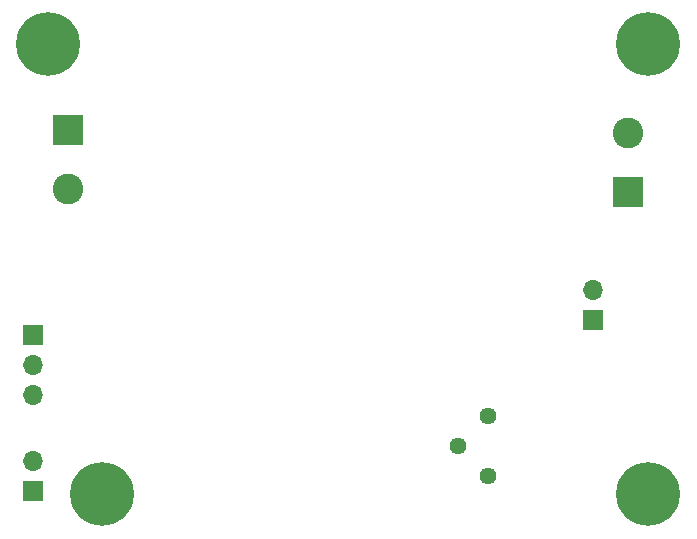
<source format=gbr>
%TF.GenerationSoftware,KiCad,Pcbnew,(6.0.6-0)*%
%TF.CreationDate,2022-08-07T14:06:53-04:00*%
%TF.ProjectId,BatteryLedStripDriver,42617474-6572-4794-9c65-645374726970,rev?*%
%TF.SameCoordinates,PX6160b60PY791ddc0*%
%TF.FileFunction,Soldermask,Bot*%
%TF.FilePolarity,Negative*%
%FSLAX46Y46*%
G04 Gerber Fmt 4.6, Leading zero omitted, Abs format (unit mm)*
G04 Created by KiCad (PCBNEW (6.0.6-0)) date 2022-08-07 14:06:53*
%MOMM*%
%LPD*%
G01*
G04 APERTURE LIST*
%ADD10R,2.600000X2.600000*%
%ADD11C,2.600000*%
%ADD12C,5.400000*%
%ADD13C,1.440000*%
%ADD14R,1.700000X1.700000*%
%ADD15O,1.700000X1.700000*%
G04 APERTURE END LIST*
D10*
%TO.C,J1*%
X5461000Y34671000D03*
D11*
X5461000Y29671000D03*
%TD*%
D10*
%TO.C,J3*%
X52883000Y29377000D03*
D11*
X52883000Y34377000D03*
%TD*%
D12*
%TO.C,H1*%
X3810000Y41910000D03*
%TD*%
%TO.C,H4*%
X54610000Y3810000D03*
%TD*%
%TO.C,H2*%
X54610000Y41910000D03*
%TD*%
D13*
%TO.C,RV1*%
X41006000Y10414000D03*
X38466000Y7874000D03*
X41006000Y5334000D03*
%TD*%
D12*
%TO.C,H3*%
X8382000Y3810000D03*
%TD*%
D14*
%TO.C,J4*%
X49911000Y18542000D03*
D15*
X49911000Y21082000D03*
%TD*%
D14*
%TO.C,J2*%
X2540000Y17257000D03*
D15*
X2540000Y14717000D03*
X2540000Y12177000D03*
%TD*%
D14*
%TO.C,SW1*%
X2540000Y4059000D03*
D15*
X2540000Y6599000D03*
%TD*%
M02*

</source>
